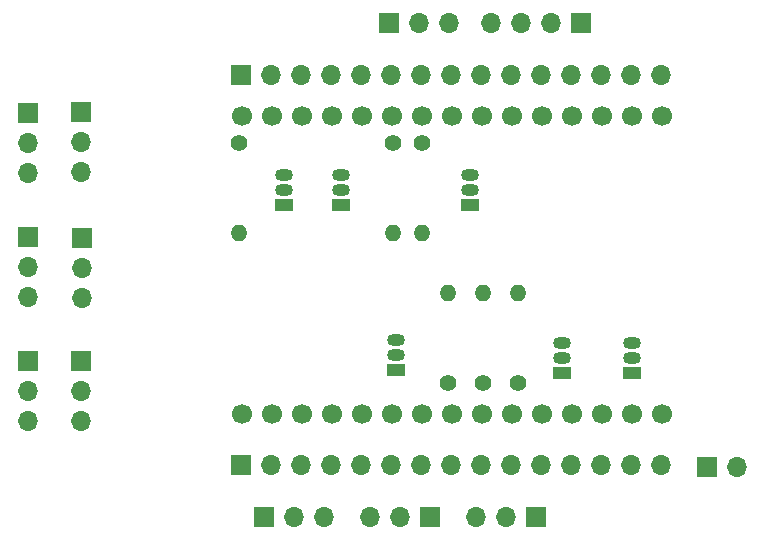
<source format=gbr>
%TF.GenerationSoftware,KiCad,Pcbnew,8.0.0*%
%TF.CreationDate,2025-01-05T23:08:37+05:30*%
%TF.ProjectId,sunday_pcb,73756e64-6179-45f7-9063-622e6b696361,rev?*%
%TF.SameCoordinates,Original*%
%TF.FileFunction,Soldermask,Top*%
%TF.FilePolarity,Negative*%
%FSLAX46Y46*%
G04 Gerber Fmt 4.6, Leading zero omitted, Abs format (unit mm)*
G04 Created by KiCad (PCBNEW 8.0.0) date 2025-01-05 23:08:37*
%MOMM*%
%LPD*%
G01*
G04 APERTURE LIST*
%ADD10O,1.700000X1.700000*%
%ADD11R,1.700000X1.700000*%
%ADD12C,1.400000*%
%ADD13O,1.400000X1.400000*%
%ADD14C,1.700000*%
%ADD15R,1.500000X1.050000*%
%ADD16O,1.500000X1.050000*%
G04 APERTURE END LIST*
D10*
%TO.C,J1*%
X174680000Y-119620000D03*
X172140000Y-119620000D03*
X169600000Y-119620000D03*
X167060000Y-119620000D03*
X164520000Y-119620000D03*
X161980000Y-119620000D03*
X159440000Y-119620000D03*
X156900000Y-119620000D03*
X154360000Y-119620000D03*
X151820000Y-119620000D03*
X149280000Y-119620000D03*
X146740000Y-119620000D03*
X144200000Y-119620000D03*
X141660000Y-119620000D03*
D11*
X139120000Y-119620000D03*
%TD*%
D12*
%TO.C,R3*%
X139000000Y-92370000D03*
D13*
X139000000Y-99990000D03*
%TD*%
D11*
%TO.C,RAIN0*%
X164165000Y-124070000D03*
D10*
X161625000Y-124070000D03*
X159085000Y-124070000D03*
%TD*%
D12*
%TO.C,R6*%
X159640000Y-112680000D03*
D13*
X159640000Y-105060000D03*
%TD*%
D11*
%TO.C,J2*%
X139160000Y-86620000D03*
D10*
X141700000Y-86620000D03*
X144240000Y-86620000D03*
X146780000Y-86620000D03*
X149320000Y-86620000D03*
X151860000Y-86620000D03*
X154400000Y-86620000D03*
X156940000Y-86620000D03*
X159480000Y-86620000D03*
X162020000Y-86620000D03*
X164560000Y-86620000D03*
X167100000Y-86620000D03*
X169640000Y-86620000D03*
X172180000Y-86620000D03*
X174720000Y-86620000D03*
%TD*%
D11*
%TO.C,P*%
X125690000Y-100400000D03*
D10*
X125690000Y-102940000D03*
X125690000Y-105480000D03*
%TD*%
D11*
%TO.C,PowerIN_1*%
X178600000Y-119870000D03*
D10*
X181140000Y-119870000D03*
%TD*%
D12*
%TO.C,R2*%
X154500000Y-92380000D03*
D13*
X154500000Y-100000000D03*
%TD*%
D11*
%TO.C,pH*%
X121140000Y-89830000D03*
D10*
X121140000Y-92370000D03*
X121140000Y-94910000D03*
%TD*%
D14*
%TO.C,ESP32DEVKITV1*%
X139200000Y-115370000D03*
X141740000Y-115370000D03*
X144280000Y-115370000D03*
X146820000Y-115370000D03*
X149360000Y-115370000D03*
X151900000Y-115370000D03*
X154440000Y-115370000D03*
X156980000Y-115370000D03*
X159520000Y-115370000D03*
X162060000Y-115370000D03*
X164600000Y-115370000D03*
X167140000Y-115370000D03*
X169680000Y-115370000D03*
X172220000Y-115370000D03*
X174760000Y-115370000D03*
X174760000Y-90120000D03*
X172220000Y-90120000D03*
X169680000Y-90120000D03*
X167140000Y-90120000D03*
X164600000Y-90120000D03*
X162060000Y-90120000D03*
X159520000Y-90120000D03*
X156980000Y-90120000D03*
X154440000Y-90120000D03*
X151900000Y-90120000D03*
X149360000Y-90120000D03*
X146820000Y-90120000D03*
X144280000Y-90120000D03*
X141740000Y-90120000D03*
X139200000Y-90120000D03*
%TD*%
D12*
%TO.C,R4*%
X156640000Y-112680000D03*
D13*
X156640000Y-105060000D03*
%TD*%
D11*
%TO.C,DHT11*%
X151640000Y-82220000D03*
D10*
X154180000Y-82220000D03*
X156720000Y-82220000D03*
%TD*%
D11*
%TO.C,K*%
X125640000Y-110830000D03*
D10*
X125640000Y-113370000D03*
X125640000Y-115910000D03*
%TD*%
D11*
%TO.C,Water1*%
X121140000Y-100330000D03*
D10*
X121140000Y-102870000D03*
X121140000Y-105410000D03*
%TD*%
D11*
%TO.C,N*%
X125640000Y-89790000D03*
D10*
X125640000Y-92330000D03*
X125640000Y-94870000D03*
%TD*%
D12*
%TO.C,R5*%
X162640000Y-112680000D03*
D13*
X162640000Y-105060000D03*
%TD*%
D11*
%TO.C,SOIL0*%
X141060000Y-124045000D03*
D10*
X143600000Y-124045000D03*
X146140000Y-124045000D03*
%TD*%
D11*
%TO.C,GAS0*%
X155165000Y-124070000D03*
D10*
X152625000Y-124070000D03*
X150085000Y-124070000D03*
%TD*%
D12*
%TO.C,R1*%
X152000000Y-92380000D03*
D13*
X152000000Y-100000000D03*
%TD*%
D11*
%TO.C,Water0*%
X121140000Y-110830000D03*
D10*
X121140000Y-113370000D03*
X121140000Y-115910000D03*
%TD*%
D11*
%TO.C,J3*%
X167940000Y-82245000D03*
D10*
X165400000Y-82245000D03*
X162860000Y-82245000D03*
X160320000Y-82245000D03*
%TD*%
D15*
%TO.C,Q4*%
X152280000Y-111640000D03*
D16*
X152280000Y-110370000D03*
X152280000Y-109100000D03*
%TD*%
D15*
%TO.C,Q2*%
X147640000Y-97640000D03*
D16*
X147640000Y-96370000D03*
X147640000Y-95100000D03*
%TD*%
D15*
%TO.C,Q3*%
X142780000Y-97640000D03*
D16*
X142780000Y-96370000D03*
X142780000Y-95100000D03*
%TD*%
D15*
%TO.C,Q1*%
X158500000Y-97640000D03*
D16*
X158500000Y-96370000D03*
X158500000Y-95100000D03*
%TD*%
D15*
%TO.C,Q5*%
X172230000Y-111910000D03*
D16*
X172230000Y-110640000D03*
X172230000Y-109370000D03*
%TD*%
D15*
%TO.C,Q6*%
X166370000Y-111870000D03*
D16*
X166370000Y-110600000D03*
X166370000Y-109330000D03*
%TD*%
M02*

</source>
